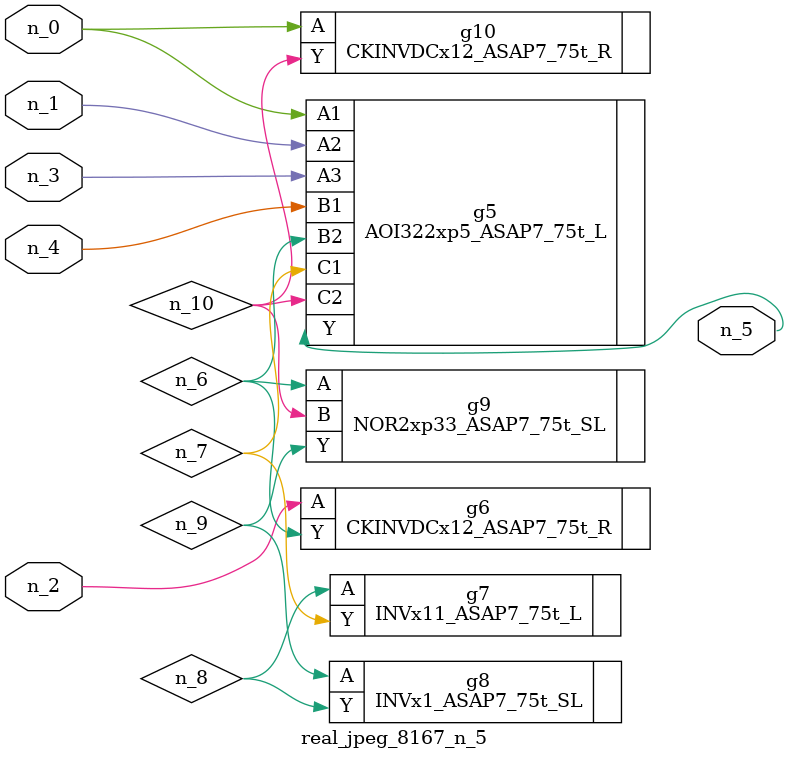
<source format=v>
module real_jpeg_8167_n_5 (n_4, n_0, n_1, n_2, n_3, n_5);

input n_4;
input n_0;
input n_1;
input n_2;
input n_3;

output n_5;

wire n_8;
wire n_6;
wire n_7;
wire n_10;
wire n_9;

AOI322xp5_ASAP7_75t_L g5 ( 
.A1(n_0),
.A2(n_1),
.A3(n_3),
.B1(n_4),
.B2(n_6),
.C1(n_7),
.C2(n_10),
.Y(n_5)
);

CKINVDCx12_ASAP7_75t_R g10 ( 
.A(n_0),
.Y(n_10)
);

CKINVDCx12_ASAP7_75t_R g6 ( 
.A(n_2),
.Y(n_6)
);

NOR2xp33_ASAP7_75t_SL g9 ( 
.A(n_6),
.B(n_10),
.Y(n_9)
);

INVx11_ASAP7_75t_L g7 ( 
.A(n_8),
.Y(n_7)
);

INVx1_ASAP7_75t_SL g8 ( 
.A(n_9),
.Y(n_8)
);


endmodule
</source>
